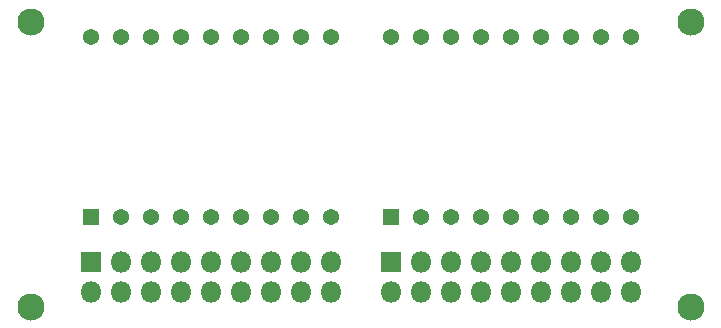
<source format=gbr>
%TF.GenerationSoftware,KiCad,Pcbnew,5.1.6-c6e7f7d~87~ubuntu18.04.1*%
%TF.CreationDate,2020-08-07T17:22:47+02:00*%
%TF.ProjectId,LED-display_x4,4c45442d-6469-4737-906c-61795f78342e,1.0*%
%TF.SameCoordinates,PX463f660PY525bfc0*%
%TF.FileFunction,Soldermask,Bot*%
%TF.FilePolarity,Negative*%
%FSLAX46Y46*%
G04 Gerber Fmt 4.6, Leading zero omitted, Abs format (unit mm)*
G04 Created by KiCad (PCBNEW 5.1.6-c6e7f7d~87~ubuntu18.04.1) date 2020-08-07 17:22:47*
%MOMM*%
%LPD*%
G01*
G04 APERTURE LIST*
%ADD10C,1.370000*%
%ADD11R,1.370000X1.370000*%
%ADD12C,2.300000*%
%ADD13O,1.800000X1.800000*%
%ADD14R,1.800000X1.800000*%
G04 APERTURE END LIST*
D10*
%TO.C,D2*%
X53340000Y25400000D03*
X50800000Y25400000D03*
X48260000Y25400000D03*
X45720000Y25400000D03*
X43180000Y25400000D03*
X40640000Y25400000D03*
X38100000Y25400000D03*
X35560000Y25400000D03*
X33020000Y25400000D03*
X53340000Y10160000D03*
X50800000Y10160000D03*
X48260000Y10160000D03*
X45720000Y10160000D03*
X43180000Y10160000D03*
X40640000Y10160000D03*
X38100000Y10160000D03*
X35560000Y10160000D03*
D11*
X33020000Y10160000D03*
%TD*%
D10*
%TO.C,D1*%
X27940000Y25400000D03*
X25400000Y25400000D03*
X22860000Y25400000D03*
X20320000Y25400000D03*
X17780000Y25400000D03*
X15240000Y25400000D03*
X12700000Y25400000D03*
X10160000Y25400000D03*
X7620000Y25400000D03*
X27940000Y10160000D03*
X25400000Y10160000D03*
X22860000Y10160000D03*
X20320000Y10160000D03*
X17780000Y10160000D03*
X15240000Y10160000D03*
X12700000Y10160000D03*
X10160000Y10160000D03*
D11*
X7620000Y10160000D03*
%TD*%
D12*
%TO.C,M4*%
X58420000Y26670000D03*
%TD*%
%TO.C,M3*%
X58420000Y2540000D03*
%TD*%
%TO.C,M2*%
X2540000Y2540000D03*
%TD*%
%TO.C,M1*%
X2540000Y26670000D03*
%TD*%
D13*
%TO.C,J2*%
X53340000Y3810000D03*
X53340000Y6350000D03*
X50800000Y3810000D03*
X50800000Y6350000D03*
X48260000Y3810000D03*
X48260000Y6350000D03*
X45720000Y3810000D03*
X45720000Y6350000D03*
X43180000Y3810000D03*
X43180000Y6350000D03*
X40640000Y3810000D03*
X40640000Y6350000D03*
X38100000Y3810000D03*
X38100000Y6350000D03*
X35560000Y3810000D03*
X35560000Y6350000D03*
X33020000Y3810000D03*
D14*
X33020000Y6350000D03*
%TD*%
D13*
%TO.C,J1*%
X27940000Y3810000D03*
X27940000Y6350000D03*
X25400000Y3810000D03*
X25400000Y6350000D03*
X22860000Y3810000D03*
X22860000Y6350000D03*
X20320000Y3810000D03*
X20320000Y6350000D03*
X17780000Y3810000D03*
X17780000Y6350000D03*
X15240000Y3810000D03*
X15240000Y6350000D03*
X12700000Y3810000D03*
X12700000Y6350000D03*
X10160000Y3810000D03*
X10160000Y6350000D03*
X7620000Y3810000D03*
D14*
X7620000Y6350000D03*
%TD*%
M02*

</source>
